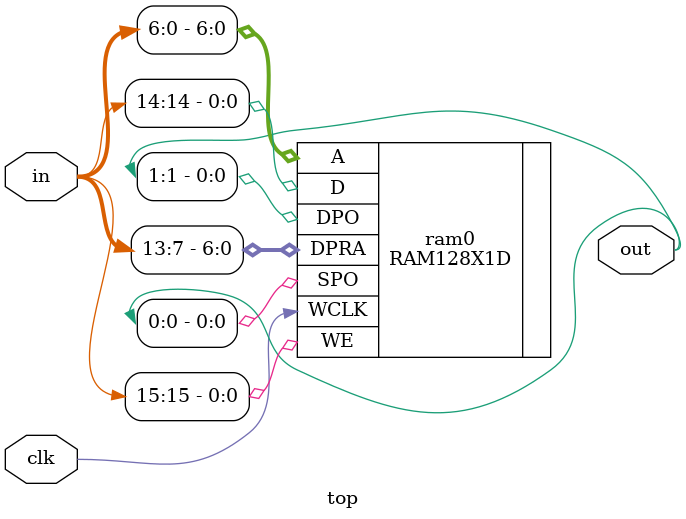
<source format=v>
module top (
	input  clk,
	input [15:0] in,
	output [1:0] out
);
    RAM128X1D #(
        .INIT(128'b10)
    ) ram0 (
        .WCLK(clk),
        .A(in[6:0]),
        .DPRA(in[13:7]),
        .SPO(out[0]),
        .DPO(out[1]),
        .D(in[14]),
        .WE(in[15])
    );
endmodule

</source>
